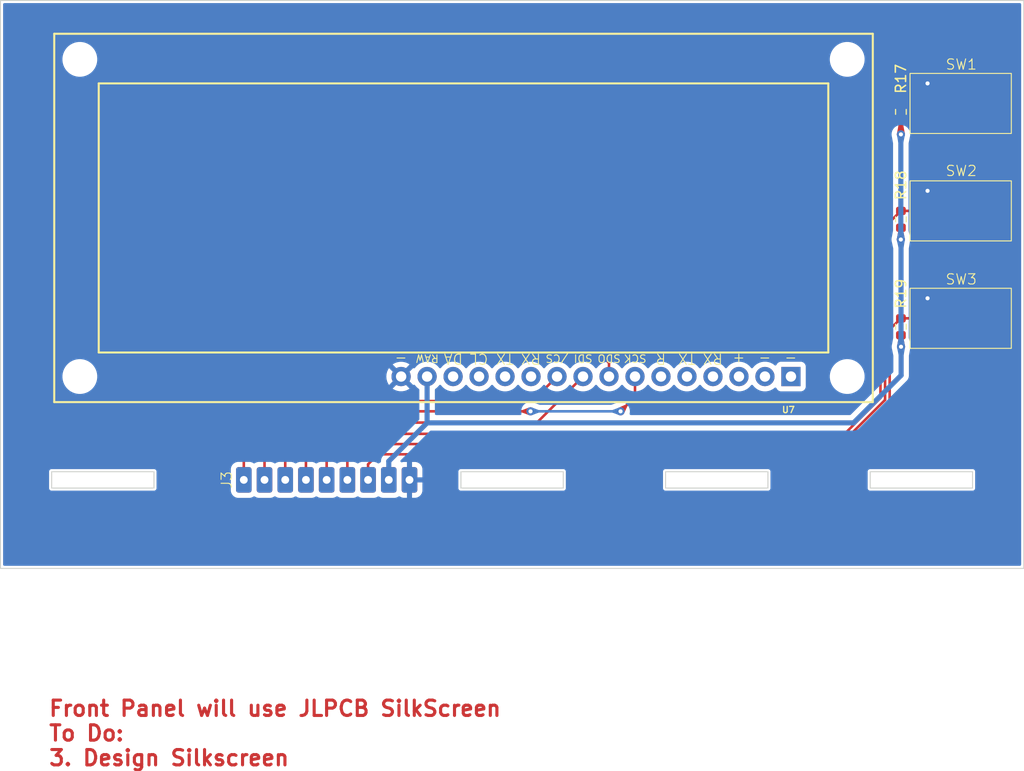
<source format=kicad_pcb>
(kicad_pcb (version 20240108) (generator "pcbnew") (generator_version "8.0")
  (layers (0 "F.Cu" mixed) (31 "B.Cu" mixed) (34 "B.Paste" user) (35 "F.Paste" user) (36 "B.SilkS" user "B.Silkscreen") (37 "F.SilkS" user "F.Silkscreen") (38 "B.Mask" user) (39 "F.Mask" user) (44 "Edge.Cuts" user))
  (net 0 "")
  (net 1 "GND")
  (net 2 "+3V3")
  (net 13 "GP1LCD")
  (net 14 "GP3LCD")
  (net 15 "GP4LCD")
  (net 16 "GP5LCD")
  (net 17 "GP0LCD")
  (net 18 "GP2LCD")
  (net 19 "GP6LCD")
  (footprint "TpumpLib:Castellated_Tpump_Connector" (layer "F.Cu") (at 120.07802 108.54908 90)
    (property "Reference" "J3" (at 0 -1.68 90) (layer "F.SilkS") (effects (font (thickness 0.1))))
    (property "Value" "Conn_01x09")
    (pad "1" thru_hole roundrect (at 0 0 90) (size 2.5 1.524) (drill 0.762) (layers "*.Cu" "*.Mask") (roundrect_rratio 0.1640419948) (net 17 "GP0LCD"))
    (pad "2" thru_hole roundrect (at 0 2.024 90) (size 2.5 1.524) (drill 0.762) (layers "*.Cu" "*.Mask") (roundrect_rratio 0.1640419948) (net 13 "GP1LCD"))
    (pad "3" thru_hole roundrect (at 0 4.048 90) (size 2.5 1.524) (drill 0.762) (layers "*.Cu" "*.Mask") (roundrect_rratio 0.1640419948) (net 18 "GP2LCD"))
    (pad "4" thru_hole roundrect (at 0 6.072 90) (size 2.5 1.524) (drill 0.762) (layers "*.Cu" "*.Mask") (roundrect_rratio 0.1640419948) (net 14 "GP3LCD"))
    (pad "5" thru_hole roundrect (at 0 8.096 90) (size 2.5 1.524) (drill 0.762) (layers "*.Cu" "*.Mask") (roundrect_rratio 0.1640419948) (net 15 "GP4LCD"))
    (pad "6" thru_hole roundrect (at 0 10.12 90) (size 2.5 1.524) (drill 0.762) (layers "*.Cu" "*.Mask") (roundrect_rratio 0.1640419948) (net 16 "GP5LCD"))
    (pad "7" thru_hole roundrect (at 0 12.144 90) (size 2.5 1.524) (drill 0.762) (layers "*.Cu" "*.Mask") (roundrect_rratio 0.1640419948) (net 19 "GP6LCD"))
    (pad "8" thru_hole roundrect (at 0 14.167 90) (size 2.5 1.524) (drill 0.762) (layers "*.Cu" "*.Mask") (roundrect_rratio 0.1640419948) (net 2 "+3V3"))
    (pad "9" thru_hole roundrect (at 0 16.191 90) (size 2.5 1.524) (drill 0.762) (layers "*.Cu" "*.Mask") (roundrect_rratio 0.1640419948) (net 1 "GND"))
  )
  (footprint "TpumpLib:TL2233 Series Pushbutton Switch" (layer "F.Cu") (at 190.19802 82.24908)
    (property "Reference" "SW2" (at -0.00198 -3.90092 0) (layer "F.SilkS") (effects (font (thickness 0.1))))
    (property "Value" "SW_SPST")
    (fp_rect (start -5.01 -2.925) (end 4.89 2.945) (stroke (width 0.1)) (fill none) (layer "F.SilkS"))
    (pad "1" smd rect (at -3.36 -1.99) (size 2.3 1) (layers "F.Cu" "F.Paste" "F.Mask") (net 1 "GND"))
    (pad "2" smd rect (at -3.36 0.01) (size 2.3 1) (layers "F.Cu" "F.Paste" "F.Mask") (net 16 "GP5LCD"))
    (pad "3" smd rect (at -3.36 2.01) (size 2.3 1) (layers "F.Cu" "F.Paste" "F.Mask"))
    (pad "4" smd rect (at 3.23 -1.99) (size 2.3 1) (layers "F.Cu" "F.Paste" "F.Mask"))
    (pad "5" smd rect (at 3.24 0.01) (size 2.3 1) (layers "F.Cu" "F.Paste" "F.Mask"))
    (pad "6" smd rect (at 3.24 2.01) (size 2.3 1) (layers "F.Cu" "F.Paste" "F.Mask"))
  )
  (footprint "TpumpLib:TL2233 Series Pushbutton Switch" (layer "F.Cu") (at 190.19802 71.74908)
    (property "Reference" "SW1" (at -0.00198 -3.80092 0) (layer "F.SilkS") (effects (font (thickness 0.1))))
    (property "Value" "SW_SPST")
    (fp_rect (start -5.01 -2.925) (end 4.89 2.945) (stroke (width 0.1)) (fill none) (layer "F.SilkS"))
    (pad "1" smd rect (at -3.36 -1.99) (size 2.3 1) (layers "F.Cu" "F.Paste" "F.Mask") (net 1 "GND"))
    (pad "2" smd rect (at -3.36 0.01) (size 2.3 1) (layers "F.Cu" "F.Paste" "F.Mask") (net 15 "GP4LCD"))
    (pad "3" smd rect (at -3.36 2.01) (size 2.3 1) (layers "F.Cu" "F.Paste" "F.Mask"))
    (pad "4" smd rect (at 3.23 -1.99) (size 2.3 1) (layers "F.Cu" "F.Paste" "F.Mask"))
    (pad "5" smd rect (at 3.24 0.01) (size 2.3 1) (layers "F.Cu" "F.Paste" "F.Mask"))
    (pad "6" smd rect (at 3.24 2.01) (size 2.3 1) (layers "F.Cu" "F.Paste" "F.Mask"))
  )
  (footprint "Resistor_SMD:R_0603_1608Metric" (layer "F.Cu") (at 184.29604 83.08408 90)
    (property "Reference" "R18" (at 3.33592 0 90) (layer "F.SilkS"))
    (property "Value" "1K")
    (fp_line (start -0.237258 -0.5225) (end 0.237258 -0.5225) (stroke (width 0.12)) (layer "F.SilkS"))
    (fp_line (start -0.237258 0.5225) (end 0.237258 0.5225) (stroke (width 0.12)) (layer "F.SilkS"))
    (pad "1" smd roundrect (at -0.825 0 90) (size 0.8 0.95) (layers "F.Cu" "F.Paste" "F.Mask") (net 2 "+3V3"))
    (pad "2" smd roundrect (at 0.825 0 90) (size 0.8 0.95) (layers "F.Cu" "F.Paste" "F.Mask") (net 16 "GP5LCD"))
  )
  (footprint "Resistor_SMD:R_0603_1608Metric" (layer "F.Cu") (at 184.29604 93.58408 90)
    (property "Reference" "R19" (at 3.23592 0 90) (layer "F.SilkS"))
    (property "Value" "1K")
    (fp_line (start -0.237258 -0.5225) (end 0.237258 -0.5225) (stroke (width 0.12)) (layer "F.SilkS"))
    (fp_line (start -0.237258 0.5225) (end 0.237258 0.5225) (stroke (width 0.12)) (layer "F.SilkS"))
    (pad "1" smd roundrect (at -0.825 0 90) (size 0.8 0.95) (layers "F.Cu" "F.Paste" "F.Mask") (net 2 "+3V3"))
    (pad "2" smd roundrect (at 0.825 0 90) (size 0.8 0.95) (layers "F.Cu" "F.Paste" "F.Mask") (net 19 "GP6LCD"))
  )
  (footprint "Resistor_SMD:R_0603_1608Metric" (layer "F.Cu") (at 184.29604 72.58408 90)
    (property "Reference" "R17" (at 3.23592 0 90) (layer "F.SilkS"))
    (property "Value" "1K")
    (fp_line (start -0.237258 -0.5225) (end 0.237258 -0.5225) (stroke (width 0.12)) (layer "F.SilkS"))
    (fp_line (start -0.237258 0.5225) (end 0.237258 0.5225) (stroke (width 0.12)) (layer "F.SilkS"))
    (pad "1" smd roundrect (at -0.825 0 90) (size 0.8 0.95) (layers "F.Cu" "F.Paste" "F.Mask") (net 2 "+3V3"))
    (pad "2" smd roundrect (at 0.825 0 90) (size 0.8 0.95) (layers "F.Cu" "F.Paste" "F.Mask") (net 15 "GP4LCD"))
  )
  (footprint "TpumpLib:TL2233 Series Pushbutton Switch" (layer "F.Cu") (at 190.19802 92.74908)
    (property "Reference" "SW3" (at -0.01 -3.80092 0) (layer "F.SilkS") (effects (font (thickness 0.1))))
    (property "Value" "SW_SPST")
    (fp_rect (start -5.01 -2.925) (end 4.89 2.945) (stroke (width 0.1)) (fill none) (layer "F.SilkS"))
    (pad "1" smd rect (at -3.36 -1.99) (size 2.3 1) (layers "F.Cu" "F.Paste" "F.Mask") (net 1 "GND"))
    (pad "2" smd rect (at -3.36 0.01) (size 2.3 1) (layers "F.Cu" "F.Paste" "F.Mask") (net 19 "GP6LCD"))
    (pad "3" smd rect (at -3.36 2.01) (size 2.3 1) (layers "F.Cu" "F.Paste" "F.Mask"))
    (pad "4" smd rect (at 3.23 -1.99) (size 2.3 1) (layers "F.Cu" "F.Paste" "F.Mask"))
    (pad "5" smd rect (at 3.24 0.01) (size 2.3 1) (layers "F.Cu" "F.Paste" "F.Mask"))
    (pad "6" smd rect (at 3.24 2.01) (size 2.3 1) (layers "F.Cu" "F.Paste" "F.Mask"))
  )
  (footprint "Sparkfun_Displays:LCD-16X2" (layer "F.Cu") (at 141.55 82.95 180)
    (property "Reference" "U7" (at -31.75 -18.75 0) (layer "F.SilkS") (effects (font (size 0.6096 0.6096) (thickness 0.127))))
    (property "Value" "Sparkfun_Ser_LCD" (hide yes))
    (fp_line (start 39.99992 17.99844) (end -39.99992 17.99844) (stroke (width 0.2032)) (layer "F.SilkS"))
    (fp_line (start 39.99992 -17.99844) (end 39.99992 17.99844) (stroke (width 0.2032)) (layer "F.SilkS"))
    (fp_line (start 35.6489 13.14958) (end -35.6489 13.14958) (stroke (width 0.2032)) (layer "F.SilkS"))
    (fp_line (start 35.6489 -13.14958) (end 35.6489 13.14958) (stroke (width 0.2032)) (layer "F.SilkS"))
    (fp_line (start -35.6489 13.14958) (end -35.6489 -13.14958) (stroke (width 0.2032)) (layer "F.SilkS"))
    (fp_line (start -35.6489 -13.14958) (end 35.6489 -13.14958) (stroke (width 0.2032)) (layer "F.SilkS"))
    (fp_line (start -39.99992 17.99844) (end -39.99992 -17.99844) (stroke (width 0.2032)) (layer "F.SilkS"))
    (fp_line (start -39.99992 -17.99844) (end 39.99992 -17.99844) (stroke (width 0.2032)) (layer "F.SilkS"))
    (fp_text user "-" (at -32.667967 -13.18 180) (layer "F.SilkS") (effects (font (thickness 0.1)) (justify left bottom)))
    (fp_text user "RX" (at -25.40511 -13.18 180) (layer "F.SilkS") (effects (font (thickness 0.1)) (justify left bottom)))
    (fp_text user "TX" (at -4.966063 -13.18 180) (layer "F.SilkS") (effects (font (thickness 0.1)) (justify left bottom)))
    (fp_text user "R" (at -19.84892 -13.18 180) (layer "F.SilkS") (effects (font (thickness 0.1)) (justify left bottom)))
    (fp_text user "SCK" (at -17.941063 -13.28375 180) (layer "F.SilkS") (effects (font (size 0.75 0.75) (thickness 0.1)) (justify left bottom)))
    (fp_text user "CL" (at -2.473682 -13.18 180) (layer "F.SilkS") (effects (font (thickness 0.1)) (justify left bottom)))
    (fp_text user "RX" (at -7.62511 -13.18 180) (layer "F.SilkS") (effects (font (thickness 0.1)) (justify left bottom)))
    (fp_text user "DA" (at 0.001197 -13.18 180) (layer "F.SilkS") (effects (font (thickness 0.1)) (justify left bottom)))
    (fp_text user "RAW" (at 2.35854 -13.28375 180) (layer "F.SilkS") (effects (font (size 0.75 0.75) (thickness 0.1)) (justify left bottom)))
    (fp_text user "-" (at -30.127967 -13.18 180) (layer "F.SilkS") (effects (font (thickness 0.1)) (justify left bottom)))
    (fp_text user "/CS" (at -10.33892 -13.28375 180) (layer "F.SilkS") (effects (font (size 0.75 0.75) (thickness 0.1)) (justify left bottom)))
    (fp_text user "TX" (at -22.746063 -13.18 180) (layer "F.SilkS") (effects (font (thickness 0.1)) (justify left bottom)))
    (fp_text user "-" (at 5.429493 -13.18 180) (layer "F.SilkS") (effects (font (thickness 0.1)) (justify left bottom)))
    (fp_text user "SDI" (at -12.664634 -13.28375 180) (layer "F.SilkS") (effects (font (size 0.75 0.75) (thickness 0.1)) (justify left bottom)))
    (fp_text user "+" (at -27.587967 -13.18 180) (layer "F.SilkS") (effects (font (thickness 0.1)) (justify left bottom)))
    (fp_text user "SDO" (at -15.41892 -13.28375 180) (layer "F.SilkS") (effects (font (size 0.75 0.75) (thickness 0.1)) (justify left bottom)))
    (pad "" np_thru_hole circle (at -37.49802 -15.49908 180) (size 2.79908 2.79908) (drill 2.79908) (layers "*.Cu" "*.Mask"))
    (pad "" np_thru_hole circle (at -37.49802 15.49908 180) (size 2.79908 2.79908) (drill 2.79908) (layers "*.Cu" "*.Mask"))
    (pad "" np_thru_hole circle (at 37.49802 -15.49908 180) (size 2.79908 2.79908) (drill 2.79908) (layers "*.Cu" "*.Mask"))
    (pad "" np_thru_hole circle (at 37.49802 15.49908 180) (size 2.79908 2.79908) (drill 2.79908) (layers "*.Cu" "*.Mask"))
    (pad "1" thru_hole rect (at -31.99892 -15.49908 180) (size 1.8796 1.8796) (drill 1.016) (layers "*.Cu" "*.Mask"))
    (pad "2" thru_hole circle (at -29.45892 -15.49908 180) (size 1.8796 1.8796) (drill 1.016) (layers "*.Cu" "*.Mask"))
    (pad "3" thru_hole circle (at -26.91892 -15.49908 180) (size 1.8796 1.8796) (drill 1.016) (layers "*.Cu" "*.Mask"))
    (pad "4" thru_hole circle (at -24.37892 -15.49908 180) (size 1.8796 1.8796) (drill 1.016) (layers "*.Cu" "*.Mask"))
    (pad "5" thru_hole circle (at -21.83892 -15.49908 180) (size 1.8796 1.8796) (drill 1.016) (layers "*.Cu" "*.Mask"))
    (pad "6" thru_hole circle (at -19.29892 -15.49908 180) (size 1.8796 1.8796) (drill 1.016) (layers "*.Cu" "*.Mask"))
    (pad "7" thru_hole circle (at -16.75892 -15.49908 180) (size 1.8796 1.8796) (drill 1.016) (layers "*.Cu" "*.Mask") (net 18 "GP2LCD"))
    (pad "8" thru_hole circle (at -14.21892 -15.49908 180) (size 1.8796 1.8796) (drill 1.016) (layers "*.Cu" "*.Mask") (net 17 "GP0LCD"))
    (pad "9" thru_hole circle (at -11.67892 -15.49908 180) (size 1.8796 1.8796) (drill 1.016) (layers "*.Cu" "*.Mask") (net 14 "GP3LCD"))
    (pad "10" thru_hole circle (at -9.13892 -15.49908 180) (size 1.8796 1.8796) (drill 1.016) (layers "*.Cu" "*.Mask") (net 13 "GP1LCD"))
    (pad "11" thru_hole circle (at -6.59892 -15.49908 180) (size 1.8796 1.8796) (drill 1.016) (layers "*.Cu" "*.Mask"))
    (pad "12" thru_hole circle (at -4.05892 -15.49908 180) (size 1.8796 1.8796) (drill 1.016) (layers "*.Cu" "*.Mask"))
    (pad "13" thru_hole circle (at -1.51892 -15.49908 180) (size 1.8796 1.8796) (drill 1.016) (layers "*.Cu" "*.Mask"))
    (pad "14" thru_hole circle (at 1.01854 -15.49908 180) (size 1.8796 1.8796) (drill 1.016) (layers "*.Cu" "*.Mask"))
    (pad "15" thru_hole circle (at 3.55854 -15.49908 180) (size 1.8796 1.8796) (drill 1.016) (layers "*.Cu" "*.Mask") (net 2 "+3V3"))
    (pad "16" thru_hole circle (at 6.09854 -15.49908 180) (size 1.8796 1.8796) (drill 1.016) (layers "*.Cu" "*.Mask") (net 1 "GND"))
  )
  (gr_rect (start 101.29802 107.74908) (end 111.29802 109.34908) (stroke (width 0.1)) (fill none) (layer "Edge.Cuts"))
  (gr_rect (start 161.29802 107.74908) (end 171.29802 109.34908) (stroke (width 0.1)) (fill none) (layer "Edge.Cuts"))
  (gr_rect (start 181.29802 107.74908) (end 191.29802 109.34908) (stroke (width 0.1)) (fill none) (layer "Edge.Cuts"))
  (gr_rect (start 141.29802 107.74908) (end 151.29802 109.34908) (stroke (width 0.1)) (fill none) (layer "Edge.Cuts"))
  (gr_rect (start 96.3 61.7) (end 196.3 117.2) (stroke (width 0.1)) (fill none) (layer "Edge.Cuts"))
  (gr_text "Front Panel will use JLPCB SilkScreen\nTo Do:\n3. Design Silkscreen" (at 100.9 136.6 0) (layer "F.Cu") (effects (font (size 1.5 1.5) (thickness 0.3) (bold yes)) (justify left bottom)))
  (segment (start 186.85908 69.75908) (end 186.9 69.8) (width 0.3) (layer "F.Cu") (net 1))
  (segment (start 186.85908 80.25908) (end 186.9 80.3) (width 0.3) (layer "F.Cu") (net 1))
  (segment (start 186.83802 69.75908) (end 186.85908 69.75908) (width 0.3) (layer "F.Cu") (net 1))
  (segment (start 186.85908 90.75908) (end 186.9 90.8) (width 0.3) (layer "F.Cu") (net 1))
  (segment (start 186.83802 90.75908) (end 186.85908 90.75908) (width 0.3) (layer "F.Cu") (net 1))
  (segment (start 186.83802 80.25908) (end 186.85908 80.25908) (width 0.3) (layer "F.Cu") (net 1))
  (via (at 186.9 69.8) (size 0.8) (drill 0.4) (layers "F.Cu" "B.Cu") (net 1))
  (via (at 186.9 80.3) (size 0.8) (drill 0.4) (layers "F.Cu" "B.Cu") (net 1))
  (via (at 186.9 90.8) (size 0.8) (drill 0.4) (layers "F.Cu" "B.Cu") (net 1))
  (segment (start 184.29604 73.40908) (end 184.29604 74.78106) (width 0.5) (layer "F.Cu") (net 2))
  (segment (start 184.28802 74.78908) (end 184.29604 74.78106) (width 0.3) (layer "F.Cu") (net 2))
  (segment (start 184.30802 94.42106) (end 184.29604 94.40908) (width 0.3) (layer "F.Cu") (net 2))
  (segment (start 184.28802 83.9171) (end 184.29604 83.90908) (width 0.3) (layer "F.Cu") (net 2))
  (segment (start 184.28802 85.05908) (end 184.28802 83.9171) (width 0.5) (layer "F.Cu") (net 2))
  (segment (start 184.30802 95.53908) (end 184.30802 94.42106) (width 0.5) (layer "F.Cu") (net 2))
  (via (at 184.28802 85.05908) (size 0.8) (drill 0.4) (layers "F.Cu" "B.Cu") (net 2))
  (via (at 184.29604 74.78106) (size 0.8) (drill 0.4) (layers "F.Cu" "B.Cu") (net 2))
  (via (at 184.30802 95.53908) (size 0.8) (drill 0.4) (layers "F.Cu" "B.Cu") (net 2))
  (segment (start 184.28802 74.78908) (end 184.28802 85.05908) (width 0.5) (layer "B.Cu") (net 2))
  (segment (start 137.99146 102.97564) (end 137.99146 98.44908) (width 0.5) (layer "B.Cu") (net 2))
  (segment (start 137.99146 102.97564) (end 179.67146 102.97564) (width 0.5) (layer "B.Cu") (net 2))
  (segment (start 184.30802 85.07908) (end 184.30802 95.53908) (width 0.5) (layer "B.Cu") (net 2))
  (segment (start 184.31802 98.32908) (end 184.31802 95.54908) (width 0.5) (layer "B.Cu") (net 2))
  (segment (start 179.67146 102.97564) (end 184.31802 98.32908) (width 0.5) (layer "B.Cu") (net 2))
  (segment (start 184.31802 95.54908) (end 184.30802 95.53908) (width 0.3) (layer "B.Cu") (net 2))
  (segment (start 184.29604 74.78106) (end 184.28802 74.78908) (width 0.3) (layer "B.Cu") (net 2))
  (segment (start 184.28802 85.05908) (end 184.30802 85.07908) (width 0.3) (layer "B.Cu") (net 2))
  (segment (start 134.24502 108.54908) (end 134.24502 106.72208) (width 0.5) (layer "B.Cu") (net 2))
  (segment (start 134.24502 106.72208) (end 137.99146 102.97564) (width 0.5) (layer "B.Cu") (net 2))
  (segment (start 148.28892 100.84908) (end 124.69802 100.84908) (width 0.25) (layer "F.Cu") (net 13))
  (segment (start 122.10202 103.44508) (end 122.10202 108.54908) (width 0.25) (layer "F.Cu") (net 13))
  (segment (start 124.69802 100.84908) (end 122.10202 103.44508) (width 0.25) (layer "F.Cu") (net 13))
  (segment (start 150.68892 98.44908) (end 148.28892 100.84908) (width 0.25) (layer "F.Cu") (net 13))
  (segment (start 148.72892 102.94908) (end 128.59802 102.94908) (width 0.25) (layer "F.Cu") (net 14))
  (segment (start 126.15002 105.39708) (end 126.15002 108.54908) (width 0.25) (layer "F.Cu") (net 14))
  (segment (start 153.22892 98.44908) (end 148.72892 102.94908) (width 0.25) (layer "F.Cu") (net 14))
  (segment (start 128.59802 102.94908) (end 126.15002 105.39708) (width 0.25) (layer "F.Cu") (net 14))
  (segment (start 182.29802 100.54908) (end 182.29802 73.7571) (width 0.25) (layer "F.Cu") (net 15))
  (segment (start 128.17402 108.54908) (end 128.17402 105.97308) (width 0.25) (layer "F.Cu") (net 15))
  (segment (start 184.29604 71.75908) (end 186.83802 71.75908) (width 0.25) (layer "F.Cu") (net 15))
  (segment (start 182.29802 73.7571) (end 184.29604 71.75908) (width 0.25) (layer "F.Cu") (net 15))
  (segment (start 178.79802 104.04908) (end 182.29802 100.54908) (width 0.25) (layer "F.Cu") (net 15))
  (segment (start 130.09802 104.04908) (end 178.79802 104.04908) (width 0.25) (layer "F.Cu") (net 15))
  (segment (start 128.17402 105.97308) (end 130.09802 104.04908) (width 0.25) (layer "F.Cu") (net 15))
  (segment (start 178.434416 105.04908) (end 140.97302 105.04908) (width 0.25) (layer "F.Cu") (net 16))
  (segment (start 140.97302 105.04908) (end 131.79802 105.04908) (width 0.25) (layer "F.Cu") (net 16))
  (segment (start 182.74802 100.735476) (end 178.434416 105.04908) (width 0.25) (layer "F.Cu") (net 16))
  (segment (start 131.79802 105.04908) (end 130.19802 106.64908) (width 0.25) (layer "F.Cu") (net 16))
  (segment (start 184.29604 82.25908) (end 182.74802 83.8071) (width 0.25) (layer "F.Cu") (net 16))
  (segment (start 182.74802 83.8071) (end 182.74802 100.735476) (width 0.25) (layer "F.Cu") (net 16))
  (segment (start 184.29604 82.25908) (end 186.83802 82.25908) (width 0.25) (layer "F.Cu") (net 16))
  (segment (start 130.19802 106.64908) (end 130.19802 108.54908) (width 0.25) (layer "F.Cu") (net 16))
  (segment (start 155.76892 97.11998) (end 153.59802 94.94908) (width 0.25) (layer "F.Cu") (net 17))
  (segment (start 128.39802 94.94908) (end 120.07802 103.26908) (width 0.25) (layer "F.Cu") (net 17))
  (segment (start 155.76892 98.44908) (end 155.76892 97.11998) (width 0.25) (layer "F.Cu") (net 17))
  (segment (start 120.07802 103.26908) (end 120.07802 108.54908) (width 0.25) (layer "F.Cu") (net 17))
  (segment (start 153.59802 94.94908) (end 128.39802 94.94908) (width 0.25) (layer "F.Cu") (net 17))
  (segment (start 148.09802 101.84908) (end 126.59802 101.84908) (width 0.25) (layer "F.Cu") (net 18))
  (segment (start 158.30892 100.43818) (end 158.30892 98.44908) (width 0.25) (layer "F.Cu") (net 18))
  (segment (start 124.12602 104.32108) (end 124.12602 108.54908) (width 0.25) (layer "F.Cu") (net 18))
  (segment (start 126.59802 101.84908) (end 124.12602 104.32108) (width 0.25) (layer "F.Cu") (net 18))
  (segment (start 156.89802 101.84908) (end 158.30892 100.43818) (width 0.25) (layer "F.Cu") (net 18))
  (via (at 148.09802 101.84908) (size 0.8) (drill 0.4) (layers "F.Cu" "B.Cu") (net 18))
  (via (at 156.89802 101.84908) (size 0.8) (drill 0.4) (layers "F.Cu" "B.Cu") (net 18))
  (segment (start 156.89802 101.84908) (end 148.09802 101.84908) (width 0.25) (layer "B.Cu") (net 18))
  (segment (start 183.19802 93.8571) (end 183.19802 100.921872) (width 0.25) (layer "F.Cu") (net 19))
  (segment (start 133.19802 106.04908) (end 132.22202 107.02508) (width 0.25) (layer "F.Cu") (net 19))
  (segment (start 178.070812 106.04908) (end 133.19802 106.04908) (width 0.25) (layer "F.Cu") (net 19))
  (segment (start 184.29604 92.75908) (end 183.19802 93.8571) (width 0.25) (layer "F.Cu") (net 19))
  (segment (start 184.29604 92.75908) (end 186.83802 92.75908) (width 0.25) (layer "F.Cu") (net 19))
  (segment (start 183.19802 100.921872) (end 178.070812 106.04908) (width 0.25) (layer "F.Cu") (net 19))
  (segment (start 132.22202 107.02508) (end 132.22202 108.54908) (width 0.25) (layer "F.Cu") (net 19))
  (zone (net 1) (net_name "GND") (layer "B.Cu") (connect_pads (clearance 0.508)) (min_thickness 0.25) (fill yes (thermal_gap 0.5) (thermal_bridge_width 0.5))
    (polygon (pts (xy 96.3 61.7) (xy 96.3 117.2) (xy 196.3 117.2) (xy 196.3 61.7)))
  )
)
</source>
